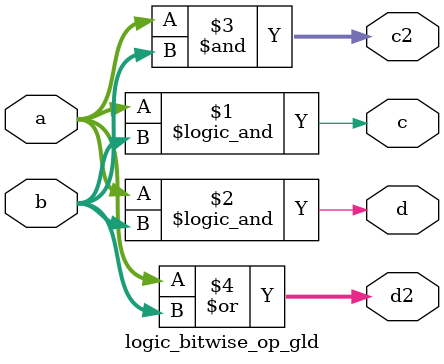
<source format=v>
module logic_bitwise_op_gld(
  input  [7:0] a,
  input  [7:0] b,
  output       c,
  output       d,
  output [7:0] c2,
  output [7:0] d2
);


assign c = a && b; //strange expression in Verilog
assign d = a && b;
// assign c = (a != 8'b0) && (b != 8'b0);
// assign d = (a != 8'b0) || (b != 8'b0);
assign c2 = a & b;
assign d2 = a | b;

endmodule

</source>
